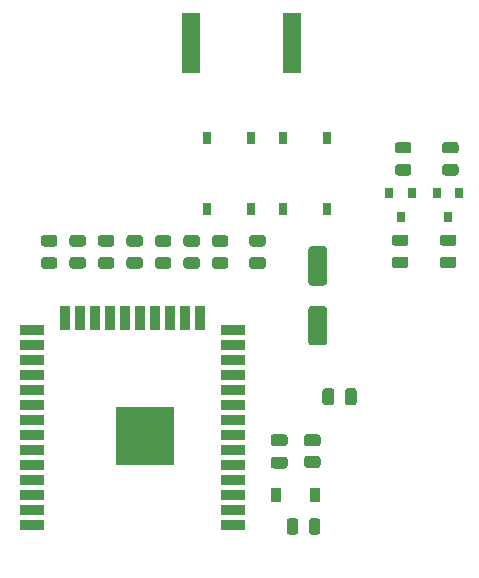
<source format=gtp>
G04 #@! TF.GenerationSoftware,KiCad,Pcbnew,(5.1.9-0-10_14)*
G04 #@! TF.CreationDate,2022-01-05T15:59:07+01:00*
G04 #@! TF.ProjectId,ithowifi_4l,6974686f-7769-4666-995f-346c2e6b6963,rev?*
G04 #@! TF.SameCoordinates,Original*
G04 #@! TF.FileFunction,Paste,Top*
G04 #@! TF.FilePolarity,Positive*
%FSLAX46Y46*%
G04 Gerber Fmt 4.6, Leading zero omitted, Abs format (unit mm)*
G04 Created by KiCad (PCBNEW (5.1.9-0-10_14)) date 2022-01-05 15:59:07*
%MOMM*%
%LPD*%
G01*
G04 APERTURE LIST*
%ADD10R,0.750000X1.000000*%
%ADD11R,0.900000X1.200000*%
%ADD12R,2.000000X0.900000*%
%ADD13R,0.900000X2.000000*%
%ADD14R,5.000000X5.000000*%
%ADD15R,1.500000X5.080000*%
%ADD16R,0.800000X0.900000*%
G04 APERTURE END LIST*
D10*
X102265000Y-115872000D03*
X102265000Y-121872000D03*
X106015000Y-121872000D03*
X106015000Y-115872000D03*
X112415400Y-121872000D03*
X112415400Y-115872000D03*
X108665400Y-115872000D03*
X108665400Y-121872000D03*
G36*
G01*
X111621502Y-141977500D02*
X110721498Y-141977500D01*
G75*
G02*
X110471500Y-141727502I0J249998D01*
G01*
X110471500Y-141202498D01*
G75*
G02*
X110721498Y-140952500I249998J0D01*
G01*
X111621502Y-140952500D01*
G75*
G02*
X111871500Y-141202498I0J-249998D01*
G01*
X111871500Y-141727502D01*
G75*
G02*
X111621502Y-141977500I-249998J0D01*
G01*
G37*
G36*
G01*
X111621502Y-143802500D02*
X110721498Y-143802500D01*
G75*
G02*
X110471500Y-143552502I0J249998D01*
G01*
X110471500Y-143027498D01*
G75*
G02*
X110721498Y-142777500I249998J0D01*
G01*
X111621502Y-142777500D01*
G75*
G02*
X111871500Y-143027498I0J-249998D01*
G01*
X111871500Y-143552502D01*
G75*
G02*
X111621502Y-143802500I-249998J0D01*
G01*
G37*
D11*
X108125500Y-146084000D03*
X111425500Y-146084000D03*
G36*
G01*
X108852500Y-141951000D02*
X107902500Y-141951000D01*
G75*
G02*
X107652500Y-141701000I0J250000D01*
G01*
X107652500Y-141201000D01*
G75*
G02*
X107902500Y-140951000I250000J0D01*
G01*
X108852500Y-140951000D01*
G75*
G02*
X109102500Y-141201000I0J-250000D01*
G01*
X109102500Y-141701000D01*
G75*
G02*
X108852500Y-141951000I-250000J0D01*
G01*
G37*
G36*
G01*
X108852500Y-143851000D02*
X107902500Y-143851000D01*
G75*
G02*
X107652500Y-143601000I0J250000D01*
G01*
X107652500Y-143101000D01*
G75*
G02*
X107902500Y-142851000I250000J0D01*
G01*
X108852500Y-142851000D01*
G75*
G02*
X109102500Y-143101000I0J-250000D01*
G01*
X109102500Y-143601000D01*
G75*
G02*
X108852500Y-143851000I-250000J0D01*
G01*
G37*
G36*
G01*
X113032000Y-137293000D02*
X113032000Y-138243000D01*
G75*
G02*
X112782000Y-138493000I-250000J0D01*
G01*
X112282000Y-138493000D01*
G75*
G02*
X112032000Y-138243000I0J250000D01*
G01*
X112032000Y-137293000D01*
G75*
G02*
X112282000Y-137043000I250000J0D01*
G01*
X112782000Y-137043000D01*
G75*
G02*
X113032000Y-137293000I0J-250000D01*
G01*
G37*
G36*
G01*
X114932000Y-137293000D02*
X114932000Y-138243000D01*
G75*
G02*
X114682000Y-138493000I-250000J0D01*
G01*
X114182000Y-138493000D01*
G75*
G02*
X113932000Y-138243000I0J250000D01*
G01*
X113932000Y-137293000D01*
G75*
G02*
X114182000Y-137043000I250000J0D01*
G01*
X114682000Y-137043000D01*
G75*
G02*
X114932000Y-137293000I0J-250000D01*
G01*
G37*
G36*
G01*
X112182000Y-128355500D02*
X111082000Y-128355500D01*
G75*
G02*
X110832000Y-128105500I0J250000D01*
G01*
X110832000Y-125280500D01*
G75*
G02*
X111082000Y-125030500I250000J0D01*
G01*
X112182000Y-125030500D01*
G75*
G02*
X112432000Y-125280500I0J-250000D01*
G01*
X112432000Y-128105500D01*
G75*
G02*
X112182000Y-128355500I-250000J0D01*
G01*
G37*
G36*
G01*
X112182000Y-133430500D02*
X111082000Y-133430500D01*
G75*
G02*
X110832000Y-133180500I0J250000D01*
G01*
X110832000Y-130355500D01*
G75*
G02*
X111082000Y-130105500I250000J0D01*
G01*
X112182000Y-130105500D01*
G75*
G02*
X112432000Y-130355500I0J-250000D01*
G01*
X112432000Y-133180500D01*
G75*
G02*
X112182000Y-133430500I-250000J0D01*
G01*
G37*
D12*
X87477600Y-148615400D03*
X87477600Y-147345400D03*
X87477600Y-146075400D03*
X87477600Y-144805400D03*
X87477600Y-143535400D03*
X87477600Y-142265400D03*
X87477600Y-140995400D03*
X87477600Y-139725400D03*
X87477600Y-138455400D03*
X87477600Y-137185400D03*
X87477600Y-135915400D03*
X87477600Y-134645400D03*
X87477600Y-133375400D03*
X87477600Y-132105400D03*
D13*
X90262600Y-131105400D03*
X91532600Y-131105400D03*
X92802600Y-131105400D03*
X94072600Y-131105400D03*
X95342600Y-131105400D03*
X96612600Y-131105400D03*
X97882600Y-131105400D03*
X99152600Y-131105400D03*
X100422600Y-131105400D03*
X101692600Y-131105400D03*
D12*
X104477600Y-132105400D03*
X104477600Y-133375400D03*
X104477600Y-134645400D03*
X104477600Y-135915400D03*
X104477600Y-137185400D03*
X104477600Y-138455400D03*
X104477600Y-139725400D03*
X104477600Y-140995400D03*
X104477600Y-142265400D03*
X104477600Y-143535400D03*
X104477600Y-144805400D03*
X104477600Y-146075400D03*
X104477600Y-147345400D03*
X104477600Y-148615400D03*
D14*
X96977600Y-141115400D03*
G36*
G01*
X106079750Y-125960000D02*
X106992250Y-125960000D01*
G75*
G02*
X107236000Y-126203750I0J-243750D01*
G01*
X107236000Y-126691250D01*
G75*
G02*
X106992250Y-126935000I-243750J0D01*
G01*
X106079750Y-126935000D01*
G75*
G02*
X105836000Y-126691250I0J243750D01*
G01*
X105836000Y-126203750D01*
G75*
G02*
X106079750Y-125960000I243750J0D01*
G01*
G37*
G36*
G01*
X106079750Y-124085000D02*
X106992250Y-124085000D01*
G75*
G02*
X107236000Y-124328750I0J-243750D01*
G01*
X107236000Y-124816250D01*
G75*
G02*
X106992250Y-125060000I-243750J0D01*
G01*
X106079750Y-125060000D01*
G75*
G02*
X105836000Y-124816250I0J243750D01*
G01*
X105836000Y-124328750D01*
G75*
G02*
X106079750Y-124085000I243750J0D01*
G01*
G37*
G36*
G01*
X89356250Y-125051400D02*
X88443750Y-125051400D01*
G75*
G02*
X88200000Y-124807650I0J243750D01*
G01*
X88200000Y-124320150D01*
G75*
G02*
X88443750Y-124076400I243750J0D01*
G01*
X89356250Y-124076400D01*
G75*
G02*
X89600000Y-124320150I0J-243750D01*
G01*
X89600000Y-124807650D01*
G75*
G02*
X89356250Y-125051400I-243750J0D01*
G01*
G37*
G36*
G01*
X89356250Y-126926400D02*
X88443750Y-126926400D01*
G75*
G02*
X88200000Y-126682650I0J243750D01*
G01*
X88200000Y-126195150D01*
G75*
G02*
X88443750Y-125951400I243750J0D01*
G01*
X89356250Y-125951400D01*
G75*
G02*
X89600000Y-126195150I0J-243750D01*
G01*
X89600000Y-126682650D01*
G75*
G02*
X89356250Y-126926400I-243750J0D01*
G01*
G37*
G36*
G01*
X90856750Y-125951400D02*
X91769250Y-125951400D01*
G75*
G02*
X92013000Y-126195150I0J-243750D01*
G01*
X92013000Y-126682650D01*
G75*
G02*
X91769250Y-126926400I-243750J0D01*
G01*
X90856750Y-126926400D01*
G75*
G02*
X90613000Y-126682650I0J243750D01*
G01*
X90613000Y-126195150D01*
G75*
G02*
X90856750Y-125951400I243750J0D01*
G01*
G37*
G36*
G01*
X90856750Y-124076400D02*
X91769250Y-124076400D01*
G75*
G02*
X92013000Y-124320150I0J-243750D01*
G01*
X92013000Y-124807650D01*
G75*
G02*
X91769250Y-125051400I-243750J0D01*
G01*
X90856750Y-125051400D01*
G75*
G02*
X90613000Y-124807650I0J243750D01*
G01*
X90613000Y-124320150D01*
G75*
G02*
X90856750Y-124076400I243750J0D01*
G01*
G37*
G36*
G01*
X94182250Y-125051400D02*
X93269750Y-125051400D01*
G75*
G02*
X93026000Y-124807650I0J243750D01*
G01*
X93026000Y-124320150D01*
G75*
G02*
X93269750Y-124076400I243750J0D01*
G01*
X94182250Y-124076400D01*
G75*
G02*
X94426000Y-124320150I0J-243750D01*
G01*
X94426000Y-124807650D01*
G75*
G02*
X94182250Y-125051400I-243750J0D01*
G01*
G37*
G36*
G01*
X94182250Y-126926400D02*
X93269750Y-126926400D01*
G75*
G02*
X93026000Y-126682650I0J243750D01*
G01*
X93026000Y-126195150D01*
G75*
G02*
X93269750Y-125951400I243750J0D01*
G01*
X94182250Y-125951400D01*
G75*
G02*
X94426000Y-126195150I0J-243750D01*
G01*
X94426000Y-126682650D01*
G75*
G02*
X94182250Y-126926400I-243750J0D01*
G01*
G37*
G36*
G01*
X99008250Y-125065500D02*
X98095750Y-125065500D01*
G75*
G02*
X97852000Y-124821750I0J243750D01*
G01*
X97852000Y-124334250D01*
G75*
G02*
X98095750Y-124090500I243750J0D01*
G01*
X99008250Y-124090500D01*
G75*
G02*
X99252000Y-124334250I0J-243750D01*
G01*
X99252000Y-124821750D01*
G75*
G02*
X99008250Y-125065500I-243750J0D01*
G01*
G37*
G36*
G01*
X99008250Y-126940500D02*
X98095750Y-126940500D01*
G75*
G02*
X97852000Y-126696750I0J243750D01*
G01*
X97852000Y-126209250D01*
G75*
G02*
X98095750Y-125965500I243750J0D01*
G01*
X99008250Y-125965500D01*
G75*
G02*
X99252000Y-126209250I0J-243750D01*
G01*
X99252000Y-126696750D01*
G75*
G02*
X99008250Y-126940500I-243750J0D01*
G01*
G37*
G36*
G01*
X110886900Y-149207250D02*
X110886900Y-148294750D01*
G75*
G02*
X111130650Y-148051000I243750J0D01*
G01*
X111618150Y-148051000D01*
G75*
G02*
X111861900Y-148294750I0J-243750D01*
G01*
X111861900Y-149207250D01*
G75*
G02*
X111618150Y-149451000I-243750J0D01*
G01*
X111130650Y-149451000D01*
G75*
G02*
X110886900Y-149207250I0J243750D01*
G01*
G37*
G36*
G01*
X109011900Y-149207250D02*
X109011900Y-148294750D01*
G75*
G02*
X109255650Y-148051000I243750J0D01*
G01*
X109743150Y-148051000D01*
G75*
G02*
X109986900Y-148294750I0J-243750D01*
G01*
X109986900Y-149207250D01*
G75*
G02*
X109743150Y-149451000I-243750J0D01*
G01*
X109255650Y-149451000D01*
G75*
G02*
X109011900Y-149207250I0J243750D01*
G01*
G37*
G36*
G01*
X96595250Y-125051400D02*
X95682750Y-125051400D01*
G75*
G02*
X95439000Y-124807650I0J243750D01*
G01*
X95439000Y-124320150D01*
G75*
G02*
X95682750Y-124076400I243750J0D01*
G01*
X96595250Y-124076400D01*
G75*
G02*
X96839000Y-124320150I0J-243750D01*
G01*
X96839000Y-124807650D01*
G75*
G02*
X96595250Y-125051400I-243750J0D01*
G01*
G37*
G36*
G01*
X96595250Y-126926400D02*
X95682750Y-126926400D01*
G75*
G02*
X95439000Y-126682650I0J243750D01*
G01*
X95439000Y-126195150D01*
G75*
G02*
X95682750Y-125951400I243750J0D01*
G01*
X96595250Y-125951400D01*
G75*
G02*
X96839000Y-126195150I0J-243750D01*
G01*
X96839000Y-126682650D01*
G75*
G02*
X96595250Y-126926400I-243750J0D01*
G01*
G37*
D15*
X100931400Y-107848400D03*
X109431400Y-107848400D03*
G36*
G01*
X101421250Y-125065500D02*
X100508750Y-125065500D01*
G75*
G02*
X100265000Y-124821750I0J243750D01*
G01*
X100265000Y-124334250D01*
G75*
G02*
X100508750Y-124090500I243750J0D01*
G01*
X101421250Y-124090500D01*
G75*
G02*
X101665000Y-124334250I0J-243750D01*
G01*
X101665000Y-124821750D01*
G75*
G02*
X101421250Y-125065500I-243750J0D01*
G01*
G37*
G36*
G01*
X101421250Y-126940500D02*
X100508750Y-126940500D01*
G75*
G02*
X100265000Y-126696750I0J243750D01*
G01*
X100265000Y-126209250D01*
G75*
G02*
X100508750Y-125965500I243750J0D01*
G01*
X101421250Y-125965500D01*
G75*
G02*
X101665000Y-126209250I0J-243750D01*
G01*
X101665000Y-126696750D01*
G75*
G02*
X101421250Y-126940500I-243750J0D01*
G01*
G37*
G36*
G01*
X103834250Y-125065500D02*
X102921750Y-125065500D01*
G75*
G02*
X102678000Y-124821750I0J243750D01*
G01*
X102678000Y-124334250D01*
G75*
G02*
X102921750Y-124090500I243750J0D01*
G01*
X103834250Y-124090500D01*
G75*
G02*
X104078000Y-124334250I0J-243750D01*
G01*
X104078000Y-124821750D01*
G75*
G02*
X103834250Y-125065500I-243750J0D01*
G01*
G37*
G36*
G01*
X103834250Y-126940500D02*
X102921750Y-126940500D01*
G75*
G02*
X102678000Y-126696750I0J243750D01*
G01*
X102678000Y-126209250D01*
G75*
G02*
X102921750Y-125965500I243750J0D01*
G01*
X103834250Y-125965500D01*
G75*
G02*
X104078000Y-126209250I0J-243750D01*
G01*
X104078000Y-126696750D01*
G75*
G02*
X103834250Y-126940500I-243750J0D01*
G01*
G37*
G36*
G01*
X118161750Y-125911000D02*
X119074250Y-125911000D01*
G75*
G02*
X119318000Y-126154750I0J-243750D01*
G01*
X119318000Y-126642250D01*
G75*
G02*
X119074250Y-126886000I-243750J0D01*
G01*
X118161750Y-126886000D01*
G75*
G02*
X117918000Y-126642250I0J243750D01*
G01*
X117918000Y-126154750D01*
G75*
G02*
X118161750Y-125911000I243750J0D01*
G01*
G37*
G36*
G01*
X118161750Y-124036000D02*
X119074250Y-124036000D01*
G75*
G02*
X119318000Y-124279750I0J-243750D01*
G01*
X119318000Y-124767250D01*
G75*
G02*
X119074250Y-125011000I-243750J0D01*
G01*
X118161750Y-125011000D01*
G75*
G02*
X117918000Y-124767250I0J243750D01*
G01*
X117918000Y-124279750D01*
G75*
G02*
X118161750Y-124036000I243750J0D01*
G01*
G37*
G36*
G01*
X122225750Y-125911000D02*
X123138250Y-125911000D01*
G75*
G02*
X123382000Y-126154750I0J-243750D01*
G01*
X123382000Y-126642250D01*
G75*
G02*
X123138250Y-126886000I-243750J0D01*
G01*
X122225750Y-126886000D01*
G75*
G02*
X121982000Y-126642250I0J243750D01*
G01*
X121982000Y-126154750D01*
G75*
G02*
X122225750Y-125911000I243750J0D01*
G01*
G37*
G36*
G01*
X122225750Y-124036000D02*
X123138250Y-124036000D01*
G75*
G02*
X123382000Y-124279750I0J-243750D01*
G01*
X123382000Y-124767250D01*
G75*
G02*
X123138250Y-125011000I-243750J0D01*
G01*
X122225750Y-125011000D01*
G75*
G02*
X121982000Y-124767250I0J243750D01*
G01*
X121982000Y-124279750D01*
G75*
G02*
X122225750Y-124036000I243750J0D01*
G01*
G37*
G36*
G01*
X118415750Y-118074400D02*
X119328250Y-118074400D01*
G75*
G02*
X119572000Y-118318150I0J-243750D01*
G01*
X119572000Y-118805650D01*
G75*
G02*
X119328250Y-119049400I-243750J0D01*
G01*
X118415750Y-119049400D01*
G75*
G02*
X118172000Y-118805650I0J243750D01*
G01*
X118172000Y-118318150D01*
G75*
G02*
X118415750Y-118074400I243750J0D01*
G01*
G37*
G36*
G01*
X118415750Y-116199400D02*
X119328250Y-116199400D01*
G75*
G02*
X119572000Y-116443150I0J-243750D01*
G01*
X119572000Y-116930650D01*
G75*
G02*
X119328250Y-117174400I-243750J0D01*
G01*
X118415750Y-117174400D01*
G75*
G02*
X118172000Y-116930650I0J243750D01*
G01*
X118172000Y-116443150D01*
G75*
G02*
X118415750Y-116199400I243750J0D01*
G01*
G37*
G36*
G01*
X123316050Y-117174400D02*
X122403550Y-117174400D01*
G75*
G02*
X122159800Y-116930650I0J243750D01*
G01*
X122159800Y-116443150D01*
G75*
G02*
X122403550Y-116199400I243750J0D01*
G01*
X123316050Y-116199400D01*
G75*
G02*
X123559800Y-116443150I0J-243750D01*
G01*
X123559800Y-116930650D01*
G75*
G02*
X123316050Y-117174400I-243750J0D01*
G01*
G37*
G36*
G01*
X123316050Y-119049400D02*
X122403550Y-119049400D01*
G75*
G02*
X122159800Y-118805650I0J243750D01*
G01*
X122159800Y-118318150D01*
G75*
G02*
X122403550Y-118074400I243750J0D01*
G01*
X123316050Y-118074400D01*
G75*
G02*
X123559800Y-118318150I0J-243750D01*
G01*
X123559800Y-118805650D01*
G75*
G02*
X123316050Y-119049400I-243750J0D01*
G01*
G37*
D16*
X118658600Y-122539000D03*
X117708600Y-120539000D03*
X119608600Y-120539000D03*
X122656600Y-122539000D03*
X121706600Y-120539000D03*
X123606600Y-120539000D03*
M02*

</source>
